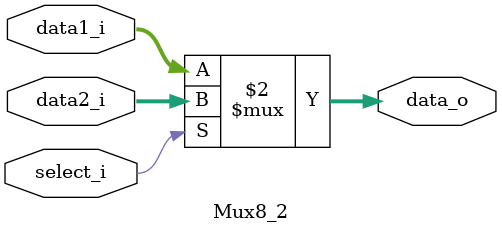
<source format=v>
module Mux8_2
(
	data1_i,
    data2_i,
    select_i,
    data_o
);

input  [7:0] data1_i, data2_i;
input  	      select_i;
output [7:0] data_o;

assign data_o = (select_i == 0) ? data1_i : data2_i;

endmodule
</source>
